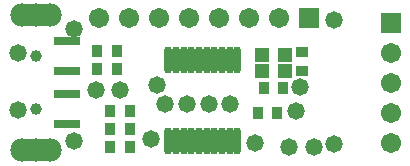
<source format=gts>
%FSLAX24Y24*%
%MOIN*%
G70*
G01*
G75*
G04 Layer_Color=8388736*
%ADD10R,0.0280X0.0360*%
%ADD11R,0.0360X0.0280*%
%ADD12R,0.0400X0.0400*%
%ADD13O,0.0177X0.0827*%
%ADD14R,0.0827X0.0197*%
%ADD15C,0.0100*%
%ADD16C,0.0200*%
%ADD17C,0.0591*%
%ADD18R,0.0591X0.0591*%
%ADD19R,0.0591X0.0591*%
%ADD20C,0.0315*%
%ADD21O,0.1575X0.0650*%
%ADD22C,0.0700*%
%ADD23C,0.0500*%
G04:AMPARAMS|DCode=24|XSize=70.9mil|YSize=51.2mil|CornerRadius=6.4mil|HoleSize=0mil|Usage=FLASHONLY|Rotation=270.000|XOffset=0mil|YOffset=0mil|HoleType=Round|Shape=RoundedRectangle|*
%AMROUNDEDRECTD24*
21,1,0.0709,0.0384,0,0,270.0*
21,1,0.0581,0.0512,0,0,270.0*
1,1,0.0128,-0.0192,-0.0290*
1,1,0.0128,-0.0192,0.0290*
1,1,0.0128,0.0192,0.0290*
1,1,0.0128,0.0192,-0.0290*
%
%ADD24ROUNDEDRECTD24*%
%ADD25C,0.0236*%
%ADD26C,0.0098*%
%ADD27C,0.0010*%
%ADD28C,0.0079*%
%ADD29R,0.0360X0.0440*%
%ADD30R,0.0440X0.0360*%
%ADD31R,0.0480X0.0480*%
%ADD32O,0.0257X0.0907*%
%ADD33R,0.0907X0.0277*%
%ADD34C,0.0671*%
%ADD35R,0.0671X0.0671*%
%ADD36R,0.0671X0.0671*%
%ADD37C,0.0395*%
%ADD38O,0.1655X0.0730*%
%ADD39C,0.0780*%
%ADD40C,0.0580*%
D29*
X25069Y29252D02*
D03*
X25709D02*
D03*
X25714Y28661D02*
D03*
X25074D02*
D03*
X25709Y28071D02*
D03*
X25069D02*
D03*
X30635Y29213D02*
D03*
X29995D02*
D03*
X30197Y30044D02*
D03*
X30837D02*
D03*
X24636Y30669D02*
D03*
X25276D02*
D03*
X24636Y31260D02*
D03*
X25276D02*
D03*
D30*
X31462Y31230D02*
D03*
Y30590D02*
D03*
D31*
X30122Y30586D02*
D03*
X30902D02*
D03*
X30122Y31146D02*
D03*
X30902D02*
D03*
D32*
X26998Y28248D02*
D03*
X27254D02*
D03*
X27510D02*
D03*
X27766D02*
D03*
X28022D02*
D03*
X28278D02*
D03*
X28533D02*
D03*
X28789D02*
D03*
X29045D02*
D03*
X29301D02*
D03*
X26998Y30965D02*
D03*
X27254D02*
D03*
X27510D02*
D03*
X27766D02*
D03*
X28022D02*
D03*
X28278D02*
D03*
X28533D02*
D03*
X28789D02*
D03*
X29045D02*
D03*
X29301D02*
D03*
D33*
X23622Y28839D02*
D03*
Y29823D02*
D03*
Y30610D02*
D03*
Y31594D02*
D03*
D34*
X34409Y28205D02*
D03*
Y29205D02*
D03*
Y30205D02*
D03*
Y31205D02*
D03*
X30693Y32362D02*
D03*
X29693D02*
D03*
X28693D02*
D03*
X27693D02*
D03*
X26693D02*
D03*
X25693D02*
D03*
X24693D02*
D03*
D35*
X34409Y32205D02*
D03*
D36*
X31693Y32362D02*
D03*
D37*
X22598Y29331D02*
D03*
Y31102D02*
D03*
D38*
Y27972D02*
D03*
Y32461D02*
D03*
D39*
X23071Y32461D02*
D03*
X22126D02*
D03*
X22598Y32461D02*
D03*
Y27953D02*
D03*
X22126Y27953D02*
D03*
X23071D02*
D03*
D40*
X25394Y29961D02*
D03*
X28346Y29488D02*
D03*
X31260Y29252D02*
D03*
X26417Y28346D02*
D03*
X24606Y29961D02*
D03*
X23858Y28268D02*
D03*
X23858Y32008D02*
D03*
X22008Y29291D02*
D03*
Y31181D02*
D03*
X26614Y30118D02*
D03*
X29055Y29488D02*
D03*
X26890D02*
D03*
X27638D02*
D03*
X29882Y28189D02*
D03*
X31024Y28071D02*
D03*
X31850D02*
D03*
X31378Y30079D02*
D03*
X32539Y32283D02*
D03*
Y28150D02*
D03*
M02*

</source>
